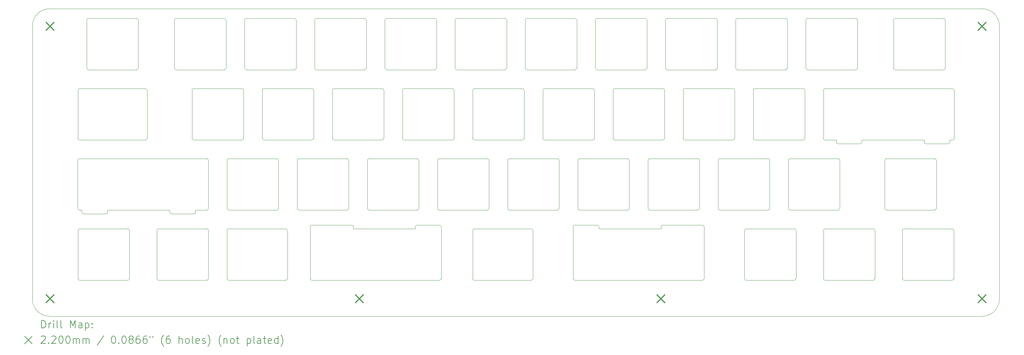
<source format=gbr>
%FSLAX45Y45*%
G04 Gerber Fmt 4.5, Leading zero omitted, Abs format (unit mm)*
G04 Created by KiCad (PCBNEW (6.0.0-0)) date 2023-01-26 13:03:04*
%MOMM*%
%LPD*%
G01*
G04 APERTURE LIST*
%TA.AperFunction,Profile*%
%ADD10C,0.050000*%
%TD*%
%TA.AperFunction,Profile*%
%ADD11C,0.100000*%
%TD*%
%ADD12C,0.200000*%
%ADD13C,0.220000*%
G04 APERTURE END LIST*
D10*
X26901750Y-8853000D02*
X23453000Y-8853000D01*
X16657000Y-14063000D02*
X20115000Y-14063000D01*
X5655000Y-12157500D02*
X5655050Y-12207000D01*
X6655000Y-10757000D02*
X3206250Y-10757000D01*
X12325000Y-12613000D02*
X12324950Y-12662500D01*
X10639000Y-12613000D02*
G75*
G03*
X10588545Y-12563000I-50455J-458D01*
G01*
X13024000Y-14013000D02*
X13024000Y-12612000D01*
X13024000Y-12612000D02*
G75*
G03*
X12974000Y-12562000I-50000J0D01*
G01*
X12375000Y-12563000D02*
G75*
G03*
X12325000Y-12613000I0J-50000D01*
G01*
X12974000Y-14063000D02*
G75*
G03*
X13024000Y-14013000I0J50000D01*
G01*
X10588545Y-12563000D02*
X9516000Y-12562000D01*
X12324950Y-12662500D02*
X10638900Y-12662500D01*
X9516000Y-14063000D02*
X12974000Y-14063000D01*
X9516000Y-12562000D02*
G75*
G03*
X9466000Y-12612000I0J-50000D01*
G01*
X12974000Y-12562000D02*
X12375000Y-12563000D01*
X10638900Y-12662500D02*
X10639000Y-12613000D01*
X9466000Y-12612000D02*
X9466000Y-14013000D01*
X9466000Y-14013000D02*
G75*
G03*
X9516000Y-14063000I50000J0D01*
G01*
X18992000Y-12613000D02*
X18992100Y-12662500D01*
X20115000Y-14063000D02*
G75*
G03*
X20165000Y-14013000I0J50000D01*
G01*
X16657000Y-12562000D02*
G75*
G03*
X16607000Y-12612000I0J-50000D01*
G01*
X20165000Y-12612000D02*
G75*
G03*
X20115000Y-12562000I-50000J0D01*
G01*
X17306000Y-12613000D02*
G75*
G03*
X17256000Y-12563000I-50000J0D01*
G01*
X20115000Y-12562000D02*
X19042455Y-12563000D01*
X16607000Y-14013000D02*
G75*
G03*
X16657000Y-14063000I50000J0D01*
G01*
X18992100Y-12662500D02*
X17306050Y-12662500D01*
X17306050Y-12662500D02*
X17306000Y-12613000D01*
X20165000Y-14013000D02*
X20165000Y-12612000D01*
X19042455Y-12563000D02*
G75*
G03*
X18992000Y-12613000I0J-50458D01*
G01*
X17256000Y-12563000D02*
X16657000Y-12562000D01*
X16607000Y-12612000D02*
X16607000Y-14013000D01*
X26951750Y-8903000D02*
G75*
G03*
X26901750Y-8853000I-50000J0D01*
G01*
X24450100Y-10303000D02*
X24450000Y-10253500D01*
X23749000Y-10253500D02*
X23749000Y-10302750D01*
X23749000Y-10302750D02*
G75*
G03*
X23799000Y-10352750I50000J0D01*
G01*
X23453000Y-10253000D02*
X23749000Y-10253500D01*
X26837025Y-10303000D02*
X26836975Y-10253500D01*
X26836975Y-10253500D02*
X26901750Y-10253000D01*
X23403000Y-10203000D02*
G75*
G03*
X23453000Y-10253000I50000J0D01*
G01*
X26137000Y-10303000D02*
G75*
G03*
X26187000Y-10353000I50000J0D01*
G01*
X23799000Y-10352750D02*
X24399645Y-10353000D01*
X26787025Y-10353000D02*
G75*
G03*
X26837025Y-10303000I0J50000D01*
G01*
X24450000Y-10253500D02*
X26136950Y-10253500D01*
X24399645Y-10353000D02*
G75*
G03*
X24450100Y-10303000I0J50458D01*
G01*
X26136950Y-10253500D02*
X26137000Y-10303000D01*
X23403000Y-8903000D02*
X23403000Y-10203000D01*
X26951750Y-10203000D02*
X26951750Y-8903000D01*
X23453000Y-8853000D02*
G75*
G03*
X23403000Y-8903000I0J-50000D01*
G01*
X26901750Y-10253000D02*
G75*
G03*
X26951750Y-10203000I0J50000D01*
G01*
X26187000Y-10353000D02*
X26787025Y-10353000D01*
X6355050Y-12207000D02*
X6355000Y-12157500D01*
X6305050Y-12257000D02*
G75*
G03*
X6355050Y-12207000I0J50000D01*
G01*
X3967450Y-12207000D02*
X3967000Y-12157500D01*
X3917450Y-12257000D02*
G75*
G03*
X3967450Y-12207000I0J50000D01*
G01*
X3156250Y-10807000D02*
X3156250Y-12107000D01*
X3156250Y-12107000D02*
G75*
G03*
X3206250Y-12157000I50000J0D01*
G01*
X3206250Y-10757000D02*
G75*
G03*
X3156250Y-10807000I0J-50000D01*
G01*
X3267450Y-12157500D02*
X3267450Y-12207000D01*
X6705000Y-10807000D02*
G75*
G03*
X6655000Y-10757000I-50000J0D01*
G01*
X6355000Y-12157500D02*
X6655000Y-12157000D01*
X3317450Y-12257000D02*
X3917450Y-12257000D01*
X3267450Y-12207000D02*
G75*
G03*
X3317450Y-12257000I50000J0D01*
G01*
X5705050Y-12257000D02*
X6305050Y-12257000D01*
X6705000Y-12107000D02*
X6705000Y-10807000D01*
X3967000Y-12157500D02*
X5655000Y-12157500D01*
X6655000Y-12157000D02*
G75*
G03*
X6705000Y-12107000I0J50000D01*
G01*
X3206250Y-12157000D02*
X3267450Y-12157500D01*
X5655050Y-12207000D02*
G75*
G03*
X5705050Y-12257000I50000J0D01*
G01*
X4989000Y-8853000D02*
X3211500Y-8853000D01*
X5039000Y-8903000D02*
G75*
G03*
X4989000Y-8853000I-50000J0D01*
G01*
X3211500Y-8853000D02*
G75*
G03*
X3161500Y-8903000I0J-50000D01*
G01*
X5039000Y-10203000D02*
X5039000Y-8903000D01*
X3161500Y-8903000D02*
X3161500Y-10203000D01*
X4989000Y-10253000D02*
G75*
G03*
X5039000Y-10203000I0J50000D01*
G01*
X3211500Y-10253000D02*
X4989000Y-10253000D01*
X3161500Y-10203000D02*
G75*
G03*
X3211500Y-10253000I50000J0D01*
G01*
X15516000Y-12713000D02*
G75*
G03*
X15466000Y-12663000I-50000J0D01*
G01*
X13927250Y-14063000D02*
X15466000Y-14063000D01*
X15466000Y-14063000D02*
G75*
G03*
X15516000Y-14013000I0J50000D01*
G01*
X15516000Y-14013000D02*
X15516000Y-12713000D01*
X13877250Y-14013000D02*
G75*
G03*
X13927250Y-14063000I50000J0D01*
G01*
X15466000Y-12663000D02*
X13927250Y-12663000D01*
X13927250Y-12663000D02*
G75*
G03*
X13877250Y-12713000I0J-50000D01*
G01*
X13877250Y-12713000D02*
X13877250Y-14013000D01*
X8798750Y-14063000D02*
G75*
G03*
X8848750Y-14013000I0J50000D01*
G01*
X7260000Y-14063000D02*
X8798750Y-14063000D01*
X8848750Y-14013000D02*
X8848750Y-12713000D01*
X8798750Y-12663000D02*
X7260000Y-12663000D01*
X8848750Y-12713000D02*
G75*
G03*
X8798750Y-12663000I-50000J0D01*
G01*
X7210000Y-14013000D02*
G75*
G03*
X7260000Y-14063000I50000J0D01*
G01*
X7260000Y-12663000D02*
G75*
G03*
X7210000Y-12713000I0J-50000D01*
G01*
X7210000Y-12713000D02*
X7210000Y-14013000D01*
X3162000Y-14013000D02*
G75*
G03*
X3212000Y-14063000I50000J0D01*
G01*
X4562000Y-12713000D02*
G75*
G03*
X4512000Y-12663000I-50000J0D01*
G01*
X4512000Y-14063000D02*
G75*
G03*
X4562000Y-14013000I0J50000D01*
G01*
X4562000Y-14013000D02*
X4562000Y-12713000D01*
X3212000Y-12663000D02*
G75*
G03*
X3162000Y-12713000I0J-50000D01*
G01*
X3162000Y-12713000D02*
X3162000Y-14013000D01*
X3212000Y-14063000D02*
X4512000Y-14063000D01*
X4512000Y-12663000D02*
X3212000Y-12663000D01*
X5305000Y-12713000D02*
X5305000Y-14013000D01*
X6655000Y-14063000D02*
G75*
G03*
X6705000Y-14013000I0J50000D01*
G01*
X5305000Y-14013000D02*
G75*
G03*
X5355000Y-14063000I50000J0D01*
G01*
X5355000Y-12663000D02*
G75*
G03*
X5305000Y-12713000I0J-50000D01*
G01*
X6655000Y-12663000D02*
X5355000Y-12663000D01*
X6705000Y-12713000D02*
G75*
G03*
X6655000Y-12663000I-50000J0D01*
G01*
X5355000Y-14063000D02*
X6655000Y-14063000D01*
X6705000Y-14013000D02*
X6705000Y-12713000D01*
X21309000Y-14063000D02*
X22609000Y-14063000D01*
X22609000Y-14063000D02*
G75*
G03*
X22659000Y-14013000I0J50000D01*
G01*
X22609000Y-12663000D02*
X21309000Y-12663000D01*
X21259000Y-14013000D02*
G75*
G03*
X21309000Y-14063000I50000J0D01*
G01*
X22659000Y-12713000D02*
G75*
G03*
X22609000Y-12663000I-50000J0D01*
G01*
X21309000Y-12663000D02*
G75*
G03*
X21259000Y-12713000I0J-50000D01*
G01*
X21259000Y-12713000D02*
X21259000Y-14013000D01*
X22659000Y-14013000D02*
X22659000Y-12713000D01*
X23453000Y-14063000D02*
X24753000Y-14063000D01*
X24753000Y-12663000D02*
X23453000Y-12663000D01*
X23403000Y-12713000D02*
X23403000Y-14013000D01*
X24803000Y-14013000D02*
X24803000Y-12713000D01*
X24803000Y-12713000D02*
G75*
G03*
X24753000Y-12663000I-50000J0D01*
G01*
X24753000Y-14063000D02*
G75*
G03*
X24803000Y-14013000I0J50000D01*
G01*
X23403000Y-14013000D02*
G75*
G03*
X23453000Y-14063000I50000J0D01*
G01*
X23453000Y-12663000D02*
G75*
G03*
X23403000Y-12713000I0J-50000D01*
G01*
X26945000Y-12713000D02*
G75*
G03*
X26895000Y-12663000I-50000J0D01*
G01*
X25595000Y-12663000D02*
G75*
G03*
X25545000Y-12713000I0J-50000D01*
G01*
X26895000Y-12663000D02*
X25595000Y-12663000D01*
X26945000Y-14013000D02*
X26945000Y-12713000D01*
X26895000Y-14063000D02*
G75*
G03*
X26945000Y-14013000I0J50000D01*
G01*
X25595000Y-14063000D02*
X26895000Y-14063000D01*
X25545000Y-14013000D02*
G75*
G03*
X25595000Y-14063000I50000J0D01*
G01*
X25545000Y-12713000D02*
X25545000Y-14013000D01*
X26469000Y-10807000D02*
G75*
G03*
X26419000Y-10757000I-50000J0D01*
G01*
X25119000Y-10757000D02*
G75*
G03*
X25069000Y-10807000I0J-50000D01*
G01*
X26419000Y-10757000D02*
X25119000Y-10757000D01*
X26469000Y-12107000D02*
X26469000Y-10807000D01*
X26419000Y-12157000D02*
G75*
G03*
X26469000Y-12107000I0J50000D01*
G01*
X25119000Y-12157000D02*
X26419000Y-12157000D01*
X25069000Y-12107000D02*
G75*
G03*
X25119000Y-12157000I50000J0D01*
G01*
X25069000Y-10807000D02*
X25069000Y-12107000D01*
X23850000Y-10807000D02*
G75*
G03*
X23800000Y-10757000I-50000J0D01*
G01*
X22500000Y-10757000D02*
G75*
G03*
X22450000Y-10807000I0J-50000D01*
G01*
X23800000Y-10757000D02*
X22500000Y-10757000D01*
X23850000Y-12107000D02*
X23850000Y-10807000D01*
X23800000Y-12157000D02*
G75*
G03*
X23850000Y-12107000I0J50000D01*
G01*
X22500000Y-12157000D02*
X23800000Y-12157000D01*
X22450000Y-12107000D02*
G75*
G03*
X22500000Y-12157000I50000J0D01*
G01*
X22450000Y-10807000D02*
X22450000Y-12107000D01*
X21945000Y-10807000D02*
G75*
G03*
X21895000Y-10757000I-50000J0D01*
G01*
X20595000Y-10757000D02*
G75*
G03*
X20545000Y-10807000I0J-50000D01*
G01*
X21895000Y-10757000D02*
X20595000Y-10757000D01*
X21945000Y-12107000D02*
X21945000Y-10807000D01*
X21895000Y-12157000D02*
G75*
G03*
X21945000Y-12107000I0J50000D01*
G01*
X20595000Y-12157000D02*
X21895000Y-12157000D01*
X20545000Y-12107000D02*
G75*
G03*
X20595000Y-12157000I50000J0D01*
G01*
X20545000Y-10807000D02*
X20545000Y-12107000D01*
X20040000Y-10807000D02*
G75*
G03*
X19990000Y-10757000I-50000J0D01*
G01*
X18690000Y-10757000D02*
G75*
G03*
X18640000Y-10807000I0J-50000D01*
G01*
X19990000Y-10757000D02*
X18690000Y-10757000D01*
X20040000Y-12107000D02*
X20040000Y-10807000D01*
X19990000Y-12157000D02*
G75*
G03*
X20040000Y-12107000I0J50000D01*
G01*
X18690000Y-12157000D02*
X19990000Y-12157000D01*
X18640000Y-12107000D02*
G75*
G03*
X18690000Y-12157000I50000J0D01*
G01*
X18640000Y-10807000D02*
X18640000Y-12107000D01*
X18135000Y-10807000D02*
G75*
G03*
X18085000Y-10757000I-50000J0D01*
G01*
X16785000Y-10757000D02*
G75*
G03*
X16735000Y-10807000I0J-50000D01*
G01*
X18085000Y-10757000D02*
X16785000Y-10757000D01*
X18135000Y-12107000D02*
X18135000Y-10807000D01*
X18085000Y-12157000D02*
G75*
G03*
X18135000Y-12107000I0J50000D01*
G01*
X16785000Y-12157000D02*
X18085000Y-12157000D01*
X16735000Y-12107000D02*
G75*
G03*
X16785000Y-12157000I50000J0D01*
G01*
X16735000Y-10807000D02*
X16735000Y-12107000D01*
X16230000Y-10807000D02*
G75*
G03*
X16180000Y-10757000I-50000J0D01*
G01*
X14880000Y-10757000D02*
G75*
G03*
X14830000Y-10807000I0J-50000D01*
G01*
X16180000Y-10757000D02*
X14880000Y-10757000D01*
X16230000Y-12107000D02*
X16230000Y-10807000D01*
X16180000Y-12157000D02*
G75*
G03*
X16230000Y-12107000I0J50000D01*
G01*
X14880000Y-12157000D02*
X16180000Y-12157000D01*
X14830000Y-12107000D02*
G75*
G03*
X14880000Y-12157000I50000J0D01*
G01*
X14830000Y-10807000D02*
X14830000Y-12107000D01*
X14325000Y-10807000D02*
G75*
G03*
X14275000Y-10757000I-50000J0D01*
G01*
X12975000Y-10757000D02*
G75*
G03*
X12925000Y-10807000I0J-50000D01*
G01*
X14275000Y-10757000D02*
X12975000Y-10757000D01*
X14325000Y-12107000D02*
X14325000Y-10807000D01*
X14275000Y-12157000D02*
G75*
G03*
X14325000Y-12107000I0J50000D01*
G01*
X12975000Y-12157000D02*
X14275000Y-12157000D01*
X12925000Y-12107000D02*
G75*
G03*
X12975000Y-12157000I50000J0D01*
G01*
X12925000Y-10807000D02*
X12925000Y-12107000D01*
X12420000Y-10807000D02*
G75*
G03*
X12370000Y-10757000I-50000J0D01*
G01*
X11070000Y-10757000D02*
G75*
G03*
X11020000Y-10807000I0J-50000D01*
G01*
X12370000Y-10757000D02*
X11070000Y-10757000D01*
X12420000Y-12107000D02*
X12420000Y-10807000D01*
X12370000Y-12157000D02*
G75*
G03*
X12420000Y-12107000I0J50000D01*
G01*
X11070000Y-12157000D02*
X12370000Y-12157000D01*
X11020000Y-12107000D02*
G75*
G03*
X11070000Y-12157000I50000J0D01*
G01*
X11020000Y-10807000D02*
X11020000Y-12107000D01*
X10515000Y-10807000D02*
G75*
G03*
X10465000Y-10757000I-50000J0D01*
G01*
X9165000Y-10757000D02*
G75*
G03*
X9115000Y-10807000I0J-50000D01*
G01*
X10465000Y-10757000D02*
X9165000Y-10757000D01*
X10515000Y-12107000D02*
X10515000Y-10807000D01*
X10465000Y-12157000D02*
G75*
G03*
X10515000Y-12107000I0J50000D01*
G01*
X9165000Y-12157000D02*
X10465000Y-12157000D01*
X9115000Y-12107000D02*
G75*
G03*
X9165000Y-12157000I50000J0D01*
G01*
X9115000Y-10807000D02*
X9115000Y-12107000D01*
X8610000Y-10807000D02*
G75*
G03*
X8560000Y-10757000I-50000J0D01*
G01*
X7260000Y-10757000D02*
G75*
G03*
X7210000Y-10807000I0J-50000D01*
G01*
X8560000Y-10757000D02*
X7260000Y-10757000D01*
X8610000Y-12107000D02*
X8610000Y-10807000D01*
X8560000Y-12157000D02*
G75*
G03*
X8610000Y-12107000I0J50000D01*
G01*
X7260000Y-12157000D02*
X8560000Y-12157000D01*
X7210000Y-12107000D02*
G75*
G03*
X7260000Y-12157000I50000J0D01*
G01*
X7210000Y-10807000D02*
X7210000Y-12107000D01*
X22898000Y-8903000D02*
G75*
G03*
X22848000Y-8853000I-50000J0D01*
G01*
X21548000Y-8853000D02*
G75*
G03*
X21498000Y-8903000I0J-50000D01*
G01*
X22848000Y-8853000D02*
X21548000Y-8853000D01*
X22898000Y-10203000D02*
X22898000Y-8903000D01*
X22848000Y-10253000D02*
G75*
G03*
X22898000Y-10203000I0J50000D01*
G01*
X21548000Y-10253000D02*
X22848000Y-10253000D01*
X21498000Y-10203000D02*
G75*
G03*
X21548000Y-10253000I50000J0D01*
G01*
X21498000Y-8903000D02*
X21498000Y-10203000D01*
X20993000Y-8903000D02*
G75*
G03*
X20943000Y-8853000I-50000J0D01*
G01*
X19643000Y-8853000D02*
G75*
G03*
X19593000Y-8903000I0J-50000D01*
G01*
X20943000Y-8853000D02*
X19643000Y-8853000D01*
X20993000Y-10203000D02*
X20993000Y-8903000D01*
X20943000Y-10253000D02*
G75*
G03*
X20993000Y-10203000I0J50000D01*
G01*
X19643000Y-10253000D02*
X20943000Y-10253000D01*
X19593000Y-10203000D02*
G75*
G03*
X19643000Y-10253000I50000J0D01*
G01*
X19593000Y-8903000D02*
X19593000Y-10203000D01*
X19088000Y-8903000D02*
G75*
G03*
X19038000Y-8853000I-50000J0D01*
G01*
X17738000Y-8853000D02*
G75*
G03*
X17688000Y-8903000I0J-50000D01*
G01*
X19038000Y-8853000D02*
X17738000Y-8853000D01*
X19088000Y-10203000D02*
X19088000Y-8903000D01*
X19038000Y-10253000D02*
G75*
G03*
X19088000Y-10203000I0J50000D01*
G01*
X17738000Y-10253000D02*
X19038000Y-10253000D01*
X17688000Y-10203000D02*
G75*
G03*
X17738000Y-10253000I50000J0D01*
G01*
X17688000Y-8903000D02*
X17688000Y-10203000D01*
X17183000Y-8903000D02*
G75*
G03*
X17133000Y-8853000I-50000J0D01*
G01*
X15833000Y-8853000D02*
G75*
G03*
X15783000Y-8903000I0J-50000D01*
G01*
X17133000Y-8853000D02*
X15833000Y-8853000D01*
X17183000Y-10203000D02*
X17183000Y-8903000D01*
X17133000Y-10253000D02*
G75*
G03*
X17183000Y-10203000I0J50000D01*
G01*
X15833000Y-10253000D02*
X17133000Y-10253000D01*
X15783000Y-10203000D02*
G75*
G03*
X15833000Y-10253000I50000J0D01*
G01*
X15783000Y-8903000D02*
X15783000Y-10203000D01*
X15277000Y-8903000D02*
G75*
G03*
X15227000Y-8853000I-50000J0D01*
G01*
X13927000Y-8853000D02*
G75*
G03*
X13877000Y-8903000I0J-50000D01*
G01*
X15227000Y-8853000D02*
X13927000Y-8853000D01*
X15277000Y-10203000D02*
X15277000Y-8903000D01*
X15227000Y-10253000D02*
G75*
G03*
X15277000Y-10203000I0J50000D01*
G01*
X13927000Y-10253000D02*
X15227000Y-10253000D01*
X13877000Y-10203000D02*
G75*
G03*
X13927000Y-10253000I50000J0D01*
G01*
X13877000Y-8903000D02*
X13877000Y-10203000D01*
X13373000Y-8903000D02*
G75*
G03*
X13323000Y-8853000I-50000J0D01*
G01*
X12023000Y-8853000D02*
G75*
G03*
X11973000Y-8903000I0J-50000D01*
G01*
X13323000Y-8853000D02*
X12023000Y-8853000D01*
X13373000Y-10203000D02*
X13373000Y-8903000D01*
X13323000Y-10253000D02*
G75*
G03*
X13373000Y-10203000I0J50000D01*
G01*
X12023000Y-10253000D02*
X13323000Y-10253000D01*
X11973000Y-10203000D02*
G75*
G03*
X12023000Y-10253000I50000J0D01*
G01*
X11973000Y-8903000D02*
X11973000Y-10203000D01*
X11468000Y-8903000D02*
G75*
G03*
X11418000Y-8853000I-50000J0D01*
G01*
X10118000Y-8853000D02*
G75*
G03*
X10068000Y-8903000I0J-50000D01*
G01*
X11418000Y-8853000D02*
X10118000Y-8853000D01*
X11468000Y-10203000D02*
X11468000Y-8903000D01*
X11418000Y-10253000D02*
G75*
G03*
X11468000Y-10203000I0J50000D01*
G01*
X10118000Y-10253000D02*
X11418000Y-10253000D01*
X10068000Y-10203000D02*
G75*
G03*
X10118000Y-10253000I50000J0D01*
G01*
X10068000Y-8903000D02*
X10068000Y-10203000D01*
X9563000Y-8903000D02*
G75*
G03*
X9513000Y-8853000I-50000J0D01*
G01*
X8213000Y-8853000D02*
G75*
G03*
X8163000Y-8903000I0J-50000D01*
G01*
X9513000Y-8853000D02*
X8213000Y-8853000D01*
X9563000Y-10203000D02*
X9563000Y-8903000D01*
X9513000Y-10253000D02*
G75*
G03*
X9563000Y-10203000I0J50000D01*
G01*
X8213000Y-10253000D02*
X9513000Y-10253000D01*
X8163000Y-10203000D02*
G75*
G03*
X8213000Y-10253000I50000J0D01*
G01*
X8163000Y-8903000D02*
X8163000Y-10203000D01*
X7657000Y-8903000D02*
G75*
G03*
X7607000Y-8853000I-50000J0D01*
G01*
X6307000Y-8853000D02*
G75*
G03*
X6257000Y-8903000I0J-50000D01*
G01*
X7607000Y-8853000D02*
X6307000Y-8853000D01*
X7657000Y-10203000D02*
X7657000Y-8903000D01*
X7607000Y-10253000D02*
G75*
G03*
X7657000Y-10203000I0J50000D01*
G01*
X6307000Y-10253000D02*
X7607000Y-10253000D01*
X6257000Y-10203000D02*
G75*
G03*
X6307000Y-10253000I50000J0D01*
G01*
X6257000Y-8903000D02*
X6257000Y-10203000D01*
X4800000Y-6997000D02*
G75*
G03*
X4750000Y-6947000I-50000J0D01*
G01*
X3450000Y-6947000D02*
G75*
G03*
X3400000Y-6997000I0J-50000D01*
G01*
X4750000Y-6947000D02*
X3450000Y-6947000D01*
X4800000Y-8297000D02*
X4800000Y-6997000D01*
X4750000Y-8347000D02*
G75*
G03*
X4800000Y-8297000I0J50000D01*
G01*
X3450000Y-8347000D02*
X4750000Y-8347000D01*
X3400000Y-8297000D02*
G75*
G03*
X3450000Y-8347000I50000J0D01*
G01*
X3400000Y-6997000D02*
X3400000Y-8297000D01*
X7181000Y-6997000D02*
G75*
G03*
X7131000Y-6947000I-50000J0D01*
G01*
X5831000Y-6947000D02*
G75*
G03*
X5781000Y-6997000I0J-50000D01*
G01*
X7131000Y-6947000D02*
X5831000Y-6947000D01*
X7181000Y-8297000D02*
X7181000Y-6997000D01*
X7131000Y-8347000D02*
G75*
G03*
X7181000Y-8297000I0J50000D01*
G01*
X5831000Y-8347000D02*
X7131000Y-8347000D01*
X5781000Y-8297000D02*
G75*
G03*
X5831000Y-8347000I50000J0D01*
G01*
X5781000Y-6997000D02*
X5781000Y-8297000D01*
X9086000Y-6997000D02*
G75*
G03*
X9036000Y-6947000I-50000J0D01*
G01*
X7736000Y-6947000D02*
G75*
G03*
X7686000Y-6997000I0J-50000D01*
G01*
X9036000Y-6947000D02*
X7736000Y-6947000D01*
X9086000Y-8297000D02*
X9086000Y-6997000D01*
X9036000Y-8347000D02*
G75*
G03*
X9086000Y-8297000I0J50000D01*
G01*
X7736000Y-8347000D02*
X9036000Y-8347000D01*
X7686000Y-8297000D02*
G75*
G03*
X7736000Y-8347000I50000J0D01*
G01*
X7686000Y-6997000D02*
X7686000Y-8297000D01*
X10991000Y-6997000D02*
G75*
G03*
X10941000Y-6947000I-50000J0D01*
G01*
X9641000Y-6947000D02*
G75*
G03*
X9591000Y-6997000I0J-50000D01*
G01*
X10941000Y-6947000D02*
X9641000Y-6947000D01*
X10991000Y-8297000D02*
X10991000Y-6997000D01*
X10941000Y-8347000D02*
G75*
G03*
X10991000Y-8297000I0J50000D01*
G01*
X9641000Y-8347000D02*
X10941000Y-8347000D01*
X9591000Y-8297000D02*
G75*
G03*
X9641000Y-8347000I50000J0D01*
G01*
X9591000Y-6997000D02*
X9591000Y-8297000D01*
X26708000Y-6997000D02*
G75*
G03*
X26658000Y-6947000I-50000J0D01*
G01*
X25358000Y-6947000D02*
G75*
G03*
X25308000Y-6997000I0J-50000D01*
G01*
X26658000Y-6947000D02*
X25358000Y-6947000D01*
X26708000Y-8297000D02*
X26708000Y-6997000D01*
X26658000Y-8347000D02*
G75*
G03*
X26708000Y-8297000I0J50000D01*
G01*
X25358000Y-8347000D02*
X26658000Y-8347000D01*
X25308000Y-8297000D02*
G75*
G03*
X25358000Y-8347000I50000J0D01*
G01*
X25308000Y-6997000D02*
X25308000Y-8297000D01*
X24327000Y-6997000D02*
G75*
G03*
X24277000Y-6947000I-50000J0D01*
G01*
X22977000Y-6947000D02*
G75*
G03*
X22927000Y-6997000I0J-50000D01*
G01*
X24277000Y-6947000D02*
X22977000Y-6947000D01*
X24327000Y-8297000D02*
X24327000Y-6997000D01*
X24277000Y-8347000D02*
G75*
G03*
X24327000Y-8297000I0J50000D01*
G01*
X22977000Y-8347000D02*
X24277000Y-8347000D01*
X22927000Y-8297000D02*
G75*
G03*
X22977000Y-8347000I50000J0D01*
G01*
X22927000Y-6997000D02*
X22927000Y-8297000D01*
X22422000Y-6997000D02*
G75*
G03*
X22372000Y-6947000I-50000J0D01*
G01*
X21072000Y-6947000D02*
G75*
G03*
X21022000Y-6997000I0J-50000D01*
G01*
X22372000Y-6947000D02*
X21072000Y-6947000D01*
X22422000Y-8297000D02*
X22422000Y-6997000D01*
X22372000Y-8347000D02*
G75*
G03*
X22422000Y-8297000I0J50000D01*
G01*
X21072000Y-8347000D02*
X22372000Y-8347000D01*
X21022000Y-8297000D02*
G75*
G03*
X21072000Y-8347000I50000J0D01*
G01*
X21022000Y-6997000D02*
X21022000Y-8297000D01*
X20517000Y-6997000D02*
G75*
G03*
X20467000Y-6947000I-50000J0D01*
G01*
X19167000Y-6947000D02*
G75*
G03*
X19117000Y-6997000I0J-50000D01*
G01*
X20467000Y-6947000D02*
X19167000Y-6947000D01*
X20517000Y-8297000D02*
X20517000Y-6997000D01*
X20467000Y-8347000D02*
G75*
G03*
X20517000Y-8297000I0J50000D01*
G01*
X19167000Y-8347000D02*
X20467000Y-8347000D01*
X19117000Y-8297000D02*
G75*
G03*
X19167000Y-8347000I50000J0D01*
G01*
X19117000Y-6997000D02*
X19117000Y-8297000D01*
X18611000Y-6997000D02*
G75*
G03*
X18561000Y-6947000I-50000J0D01*
G01*
X17261000Y-6947000D02*
G75*
G03*
X17211000Y-6997000I0J-50000D01*
G01*
X18561000Y-6947000D02*
X17261000Y-6947000D01*
X18611000Y-8297000D02*
X18611000Y-6997000D01*
X18561000Y-8347000D02*
G75*
G03*
X18611000Y-8297000I0J50000D01*
G01*
X17261000Y-8347000D02*
X18561000Y-8347000D01*
X17211000Y-8297000D02*
G75*
G03*
X17261000Y-8347000I50000J0D01*
G01*
X17211000Y-6997000D02*
X17211000Y-8297000D01*
X16706000Y-6997000D02*
G75*
G03*
X16656000Y-6947000I-50000J0D01*
G01*
X15356000Y-6947000D02*
G75*
G03*
X15306000Y-6997000I0J-50000D01*
G01*
X16656000Y-6947000D02*
X15356000Y-6947000D01*
X16706000Y-8297000D02*
X16706000Y-6997000D01*
X16656000Y-8347000D02*
G75*
G03*
X16706000Y-8297000I0J50000D01*
G01*
X15356000Y-8347000D02*
X16656000Y-8347000D01*
X15306000Y-8297000D02*
G75*
G03*
X15356000Y-8347000I50000J0D01*
G01*
X15306000Y-6997000D02*
X15306000Y-8297000D01*
X14801000Y-6997000D02*
G75*
G03*
X14751000Y-6947000I-50000J0D01*
G01*
X13451000Y-6947000D02*
G75*
G03*
X13401000Y-6997000I0J-50000D01*
G01*
X14751000Y-6947000D02*
X13451000Y-6947000D01*
X14801000Y-8297000D02*
X14801000Y-6997000D01*
X14751000Y-8347000D02*
G75*
G03*
X14801000Y-8297000I0J50000D01*
G01*
X13451000Y-8347000D02*
X14751000Y-8347000D01*
X13401000Y-8297000D02*
G75*
G03*
X13451000Y-8347000I50000J0D01*
G01*
X13401000Y-6997000D02*
X13401000Y-8297000D01*
X12896000Y-6997000D02*
G75*
G03*
X12846000Y-6947000I-50000J0D01*
G01*
X11546000Y-6947000D02*
G75*
G03*
X11496000Y-6997000I0J-50000D01*
G01*
X12846000Y-6947000D02*
X11546000Y-6947000D01*
X12896000Y-8297000D02*
X12896000Y-6997000D01*
X12846000Y-8347000D02*
G75*
G03*
X12896000Y-8297000I0J50000D01*
G01*
X11546000Y-8347000D02*
X12846000Y-8347000D01*
X11496000Y-8297000D02*
G75*
G03*
X11546000Y-8347000I50000J0D01*
G01*
X11496000Y-6997000D02*
X11496000Y-8297000D01*
D11*
X27707501Y-6685000D02*
X2400001Y-6685000D01*
X2400001Y-15041250D02*
X27707501Y-15041250D01*
X1922501Y-14563750D02*
G75*
G03*
X2400001Y-15041250I477500J0D01*
G01*
X27707501Y-15041250D02*
G75*
G03*
X28185001Y-14563750I0J477500D01*
G01*
X1922501Y-14563750D02*
X1922501Y-7162500D01*
X28185001Y-14563750D02*
X28185001Y-7162500D01*
X2400001Y-6685000D02*
G75*
G03*
X1922501Y-7162500I0J-477500D01*
G01*
X28185000Y-7162500D02*
G75*
G03*
X27707501Y-6685000I-477500J0D01*
G01*
D12*
D13*
X2290001Y-7052500D02*
X2510001Y-7272500D01*
X2510001Y-7052500D02*
X2290001Y-7272500D01*
X2290001Y-14453750D02*
X2510001Y-14673750D01*
X2510001Y-14453750D02*
X2290001Y-14673750D01*
X10687911Y-14453750D02*
X10907911Y-14673750D01*
X10907911Y-14453750D02*
X10687911Y-14673750D01*
X18874581Y-14453750D02*
X19094581Y-14673750D01*
X19094581Y-14453750D02*
X18874581Y-14673750D01*
X27597501Y-7052500D02*
X27817501Y-7272500D01*
X27817501Y-7052500D02*
X27597501Y-7272500D01*
X27597501Y-14453750D02*
X27817501Y-14673750D01*
X27817501Y-14453750D02*
X27597501Y-14673750D01*
D12*
X2175120Y-15356726D02*
X2175120Y-15156726D01*
X2222739Y-15156726D01*
X2251310Y-15166250D01*
X2270358Y-15185298D01*
X2279882Y-15204345D01*
X2289405Y-15242440D01*
X2289405Y-15271012D01*
X2279882Y-15309107D01*
X2270358Y-15328155D01*
X2251310Y-15347202D01*
X2222739Y-15356726D01*
X2175120Y-15356726D01*
X2375120Y-15356726D02*
X2375120Y-15223393D01*
X2375120Y-15261488D02*
X2384644Y-15242440D01*
X2394167Y-15232917D01*
X2413215Y-15223393D01*
X2432263Y-15223393D01*
X2498929Y-15356726D02*
X2498929Y-15223393D01*
X2498929Y-15156726D02*
X2489405Y-15166250D01*
X2498929Y-15175774D01*
X2508453Y-15166250D01*
X2498929Y-15156726D01*
X2498929Y-15175774D01*
X2622739Y-15356726D02*
X2603691Y-15347202D01*
X2594167Y-15328155D01*
X2594167Y-15156726D01*
X2727501Y-15356726D02*
X2708453Y-15347202D01*
X2698929Y-15328155D01*
X2698929Y-15156726D01*
X2956072Y-15356726D02*
X2956072Y-15156726D01*
X3022739Y-15299583D01*
X3089405Y-15156726D01*
X3089405Y-15356726D01*
X3270358Y-15356726D02*
X3270358Y-15251964D01*
X3260834Y-15232917D01*
X3241786Y-15223393D01*
X3203691Y-15223393D01*
X3184643Y-15232917D01*
X3270358Y-15347202D02*
X3251310Y-15356726D01*
X3203691Y-15356726D01*
X3184643Y-15347202D01*
X3175120Y-15328155D01*
X3175120Y-15309107D01*
X3184643Y-15290059D01*
X3203691Y-15280536D01*
X3251310Y-15280536D01*
X3270358Y-15271012D01*
X3365596Y-15223393D02*
X3365596Y-15423393D01*
X3365596Y-15232917D02*
X3384643Y-15223393D01*
X3422739Y-15223393D01*
X3441786Y-15232917D01*
X3451310Y-15242440D01*
X3460834Y-15261488D01*
X3460834Y-15318631D01*
X3451310Y-15337678D01*
X3441786Y-15347202D01*
X3422739Y-15356726D01*
X3384643Y-15356726D01*
X3365596Y-15347202D01*
X3546548Y-15337678D02*
X3556072Y-15347202D01*
X3546548Y-15356726D01*
X3537024Y-15347202D01*
X3546548Y-15337678D01*
X3546548Y-15356726D01*
X3546548Y-15232917D02*
X3556072Y-15242440D01*
X3546548Y-15251964D01*
X3537024Y-15242440D01*
X3546548Y-15232917D01*
X3546548Y-15251964D01*
X1717501Y-15586250D02*
X1917501Y-15786250D01*
X1917501Y-15586250D02*
X1717501Y-15786250D01*
X2165596Y-15595774D02*
X2175120Y-15586250D01*
X2194167Y-15576726D01*
X2241786Y-15576726D01*
X2260834Y-15586250D01*
X2270358Y-15595774D01*
X2279882Y-15614821D01*
X2279882Y-15633869D01*
X2270358Y-15662440D01*
X2156072Y-15776726D01*
X2279882Y-15776726D01*
X2365596Y-15757678D02*
X2375120Y-15767202D01*
X2365596Y-15776726D01*
X2356072Y-15767202D01*
X2365596Y-15757678D01*
X2365596Y-15776726D01*
X2451310Y-15595774D02*
X2460834Y-15586250D01*
X2479882Y-15576726D01*
X2527501Y-15576726D01*
X2546548Y-15586250D01*
X2556072Y-15595774D01*
X2565596Y-15614821D01*
X2565596Y-15633869D01*
X2556072Y-15662440D01*
X2441786Y-15776726D01*
X2565596Y-15776726D01*
X2689405Y-15576726D02*
X2708453Y-15576726D01*
X2727501Y-15586250D01*
X2737025Y-15595774D01*
X2746548Y-15614821D01*
X2756072Y-15652917D01*
X2756072Y-15700536D01*
X2746548Y-15738631D01*
X2737025Y-15757678D01*
X2727501Y-15767202D01*
X2708453Y-15776726D01*
X2689405Y-15776726D01*
X2670358Y-15767202D01*
X2660834Y-15757678D01*
X2651310Y-15738631D01*
X2641786Y-15700536D01*
X2641786Y-15652917D01*
X2651310Y-15614821D01*
X2660834Y-15595774D01*
X2670358Y-15586250D01*
X2689405Y-15576726D01*
X2879882Y-15576726D02*
X2898929Y-15576726D01*
X2917977Y-15586250D01*
X2927501Y-15595774D01*
X2937024Y-15614821D01*
X2946548Y-15652917D01*
X2946548Y-15700536D01*
X2937024Y-15738631D01*
X2927501Y-15757678D01*
X2917977Y-15767202D01*
X2898929Y-15776726D01*
X2879882Y-15776726D01*
X2860834Y-15767202D01*
X2851310Y-15757678D01*
X2841786Y-15738631D01*
X2832263Y-15700536D01*
X2832263Y-15652917D01*
X2841786Y-15614821D01*
X2851310Y-15595774D01*
X2860834Y-15586250D01*
X2879882Y-15576726D01*
X3032263Y-15776726D02*
X3032263Y-15643393D01*
X3032263Y-15662440D02*
X3041786Y-15652917D01*
X3060834Y-15643393D01*
X3089405Y-15643393D01*
X3108453Y-15652917D01*
X3117977Y-15671964D01*
X3117977Y-15776726D01*
X3117977Y-15671964D02*
X3127501Y-15652917D01*
X3146548Y-15643393D01*
X3175120Y-15643393D01*
X3194167Y-15652917D01*
X3203691Y-15671964D01*
X3203691Y-15776726D01*
X3298929Y-15776726D02*
X3298929Y-15643393D01*
X3298929Y-15662440D02*
X3308453Y-15652917D01*
X3327501Y-15643393D01*
X3356072Y-15643393D01*
X3375120Y-15652917D01*
X3384643Y-15671964D01*
X3384643Y-15776726D01*
X3384643Y-15671964D02*
X3394167Y-15652917D01*
X3413215Y-15643393D01*
X3441786Y-15643393D01*
X3460834Y-15652917D01*
X3470358Y-15671964D01*
X3470358Y-15776726D01*
X3860834Y-15567202D02*
X3689405Y-15824345D01*
X4117977Y-15576726D02*
X4137024Y-15576726D01*
X4156072Y-15586250D01*
X4165596Y-15595774D01*
X4175120Y-15614821D01*
X4184643Y-15652917D01*
X4184643Y-15700536D01*
X4175120Y-15738631D01*
X4165596Y-15757678D01*
X4156072Y-15767202D01*
X4137024Y-15776726D01*
X4117977Y-15776726D01*
X4098929Y-15767202D01*
X4089405Y-15757678D01*
X4079882Y-15738631D01*
X4070358Y-15700536D01*
X4070358Y-15652917D01*
X4079882Y-15614821D01*
X4089405Y-15595774D01*
X4098929Y-15586250D01*
X4117977Y-15576726D01*
X4270358Y-15757678D02*
X4279882Y-15767202D01*
X4270358Y-15776726D01*
X4260834Y-15767202D01*
X4270358Y-15757678D01*
X4270358Y-15776726D01*
X4403691Y-15576726D02*
X4422739Y-15576726D01*
X4441786Y-15586250D01*
X4451310Y-15595774D01*
X4460834Y-15614821D01*
X4470358Y-15652917D01*
X4470358Y-15700536D01*
X4460834Y-15738631D01*
X4451310Y-15757678D01*
X4441786Y-15767202D01*
X4422739Y-15776726D01*
X4403691Y-15776726D01*
X4384644Y-15767202D01*
X4375120Y-15757678D01*
X4365596Y-15738631D01*
X4356072Y-15700536D01*
X4356072Y-15652917D01*
X4365596Y-15614821D01*
X4375120Y-15595774D01*
X4384644Y-15586250D01*
X4403691Y-15576726D01*
X4584644Y-15662440D02*
X4565596Y-15652917D01*
X4556072Y-15643393D01*
X4546548Y-15624345D01*
X4546548Y-15614821D01*
X4556072Y-15595774D01*
X4565596Y-15586250D01*
X4584644Y-15576726D01*
X4622739Y-15576726D01*
X4641786Y-15586250D01*
X4651310Y-15595774D01*
X4660834Y-15614821D01*
X4660834Y-15624345D01*
X4651310Y-15643393D01*
X4641786Y-15652917D01*
X4622739Y-15662440D01*
X4584644Y-15662440D01*
X4565596Y-15671964D01*
X4556072Y-15681488D01*
X4546548Y-15700536D01*
X4546548Y-15738631D01*
X4556072Y-15757678D01*
X4565596Y-15767202D01*
X4584644Y-15776726D01*
X4622739Y-15776726D01*
X4641786Y-15767202D01*
X4651310Y-15757678D01*
X4660834Y-15738631D01*
X4660834Y-15700536D01*
X4651310Y-15681488D01*
X4641786Y-15671964D01*
X4622739Y-15662440D01*
X4832263Y-15576726D02*
X4794167Y-15576726D01*
X4775120Y-15586250D01*
X4765596Y-15595774D01*
X4746548Y-15624345D01*
X4737025Y-15662440D01*
X4737025Y-15738631D01*
X4746548Y-15757678D01*
X4756072Y-15767202D01*
X4775120Y-15776726D01*
X4813215Y-15776726D01*
X4832263Y-15767202D01*
X4841786Y-15757678D01*
X4851310Y-15738631D01*
X4851310Y-15691012D01*
X4841786Y-15671964D01*
X4832263Y-15662440D01*
X4813215Y-15652917D01*
X4775120Y-15652917D01*
X4756072Y-15662440D01*
X4746548Y-15671964D01*
X4737025Y-15691012D01*
X5022739Y-15576726D02*
X4984644Y-15576726D01*
X4965596Y-15586250D01*
X4956072Y-15595774D01*
X4937025Y-15624345D01*
X4927501Y-15662440D01*
X4927501Y-15738631D01*
X4937025Y-15757678D01*
X4946548Y-15767202D01*
X4965596Y-15776726D01*
X5003691Y-15776726D01*
X5022739Y-15767202D01*
X5032263Y-15757678D01*
X5041786Y-15738631D01*
X5041786Y-15691012D01*
X5032263Y-15671964D01*
X5022739Y-15662440D01*
X5003691Y-15652917D01*
X4965596Y-15652917D01*
X4946548Y-15662440D01*
X4937025Y-15671964D01*
X4927501Y-15691012D01*
X5117977Y-15576726D02*
X5117977Y-15614821D01*
X5194167Y-15576726D02*
X5194167Y-15614821D01*
X5489405Y-15852917D02*
X5479882Y-15843393D01*
X5460834Y-15814821D01*
X5451310Y-15795774D01*
X5441786Y-15767202D01*
X5432263Y-15719583D01*
X5432263Y-15681488D01*
X5441786Y-15633869D01*
X5451310Y-15605298D01*
X5460834Y-15586250D01*
X5479882Y-15557678D01*
X5489405Y-15548155D01*
X5651310Y-15576726D02*
X5613215Y-15576726D01*
X5594167Y-15586250D01*
X5584644Y-15595774D01*
X5565596Y-15624345D01*
X5556072Y-15662440D01*
X5556072Y-15738631D01*
X5565596Y-15757678D01*
X5575120Y-15767202D01*
X5594167Y-15776726D01*
X5632263Y-15776726D01*
X5651310Y-15767202D01*
X5660834Y-15757678D01*
X5670358Y-15738631D01*
X5670358Y-15691012D01*
X5660834Y-15671964D01*
X5651310Y-15662440D01*
X5632263Y-15652917D01*
X5594167Y-15652917D01*
X5575120Y-15662440D01*
X5565596Y-15671964D01*
X5556072Y-15691012D01*
X5908453Y-15776726D02*
X5908453Y-15576726D01*
X5994167Y-15776726D02*
X5994167Y-15671964D01*
X5984643Y-15652917D01*
X5965596Y-15643393D01*
X5937024Y-15643393D01*
X5917977Y-15652917D01*
X5908453Y-15662440D01*
X6117977Y-15776726D02*
X6098929Y-15767202D01*
X6089405Y-15757678D01*
X6079882Y-15738631D01*
X6079882Y-15681488D01*
X6089405Y-15662440D01*
X6098929Y-15652917D01*
X6117977Y-15643393D01*
X6146548Y-15643393D01*
X6165596Y-15652917D01*
X6175120Y-15662440D01*
X6184643Y-15681488D01*
X6184643Y-15738631D01*
X6175120Y-15757678D01*
X6165596Y-15767202D01*
X6146548Y-15776726D01*
X6117977Y-15776726D01*
X6298929Y-15776726D02*
X6279882Y-15767202D01*
X6270358Y-15748155D01*
X6270358Y-15576726D01*
X6451310Y-15767202D02*
X6432263Y-15776726D01*
X6394167Y-15776726D01*
X6375120Y-15767202D01*
X6365596Y-15748155D01*
X6365596Y-15671964D01*
X6375120Y-15652917D01*
X6394167Y-15643393D01*
X6432263Y-15643393D01*
X6451310Y-15652917D01*
X6460834Y-15671964D01*
X6460834Y-15691012D01*
X6365596Y-15710059D01*
X6537024Y-15767202D02*
X6556072Y-15776726D01*
X6594167Y-15776726D01*
X6613215Y-15767202D01*
X6622739Y-15748155D01*
X6622739Y-15738631D01*
X6613215Y-15719583D01*
X6594167Y-15710059D01*
X6565596Y-15710059D01*
X6546548Y-15700536D01*
X6537024Y-15681488D01*
X6537024Y-15671964D01*
X6546548Y-15652917D01*
X6565596Y-15643393D01*
X6594167Y-15643393D01*
X6613215Y-15652917D01*
X6689405Y-15852917D02*
X6698929Y-15843393D01*
X6717977Y-15814821D01*
X6727501Y-15795774D01*
X6737024Y-15767202D01*
X6746548Y-15719583D01*
X6746548Y-15681488D01*
X6737024Y-15633869D01*
X6727501Y-15605298D01*
X6717977Y-15586250D01*
X6698929Y-15557678D01*
X6689405Y-15548155D01*
X7051310Y-15852917D02*
X7041786Y-15843393D01*
X7022739Y-15814821D01*
X7013215Y-15795774D01*
X7003691Y-15767202D01*
X6994167Y-15719583D01*
X6994167Y-15681488D01*
X7003691Y-15633869D01*
X7013215Y-15605298D01*
X7022739Y-15586250D01*
X7041786Y-15557678D01*
X7051310Y-15548155D01*
X7127501Y-15643393D02*
X7127501Y-15776726D01*
X7127501Y-15662440D02*
X7137024Y-15652917D01*
X7156072Y-15643393D01*
X7184643Y-15643393D01*
X7203691Y-15652917D01*
X7213215Y-15671964D01*
X7213215Y-15776726D01*
X7337024Y-15776726D02*
X7317977Y-15767202D01*
X7308453Y-15757678D01*
X7298929Y-15738631D01*
X7298929Y-15681488D01*
X7308453Y-15662440D01*
X7317977Y-15652917D01*
X7337024Y-15643393D01*
X7365596Y-15643393D01*
X7384643Y-15652917D01*
X7394167Y-15662440D01*
X7403691Y-15681488D01*
X7403691Y-15738631D01*
X7394167Y-15757678D01*
X7384643Y-15767202D01*
X7365596Y-15776726D01*
X7337024Y-15776726D01*
X7460834Y-15643393D02*
X7537024Y-15643393D01*
X7489405Y-15576726D02*
X7489405Y-15748155D01*
X7498929Y-15767202D01*
X7517977Y-15776726D01*
X7537024Y-15776726D01*
X7756072Y-15643393D02*
X7756072Y-15843393D01*
X7756072Y-15652917D02*
X7775120Y-15643393D01*
X7813215Y-15643393D01*
X7832263Y-15652917D01*
X7841786Y-15662440D01*
X7851310Y-15681488D01*
X7851310Y-15738631D01*
X7841786Y-15757678D01*
X7832263Y-15767202D01*
X7813215Y-15776726D01*
X7775120Y-15776726D01*
X7756072Y-15767202D01*
X7965596Y-15776726D02*
X7946548Y-15767202D01*
X7937024Y-15748155D01*
X7937024Y-15576726D01*
X8127501Y-15776726D02*
X8127501Y-15671964D01*
X8117977Y-15652917D01*
X8098929Y-15643393D01*
X8060834Y-15643393D01*
X8041786Y-15652917D01*
X8127501Y-15767202D02*
X8108453Y-15776726D01*
X8060834Y-15776726D01*
X8041786Y-15767202D01*
X8032263Y-15748155D01*
X8032263Y-15729107D01*
X8041786Y-15710059D01*
X8060834Y-15700536D01*
X8108453Y-15700536D01*
X8127501Y-15691012D01*
X8194167Y-15643393D02*
X8270358Y-15643393D01*
X8222739Y-15576726D02*
X8222739Y-15748155D01*
X8232263Y-15767202D01*
X8251310Y-15776726D01*
X8270358Y-15776726D01*
X8413215Y-15767202D02*
X8394167Y-15776726D01*
X8356072Y-15776726D01*
X8337024Y-15767202D01*
X8327501Y-15748155D01*
X8327501Y-15671964D01*
X8337024Y-15652917D01*
X8356072Y-15643393D01*
X8394167Y-15643393D01*
X8413215Y-15652917D01*
X8422739Y-15671964D01*
X8422739Y-15691012D01*
X8327501Y-15710059D01*
X8594167Y-15776726D02*
X8594167Y-15576726D01*
X8594167Y-15767202D02*
X8575120Y-15776726D01*
X8537025Y-15776726D01*
X8517977Y-15767202D01*
X8508453Y-15757678D01*
X8498929Y-15738631D01*
X8498929Y-15681488D01*
X8508453Y-15662440D01*
X8517977Y-15652917D01*
X8537025Y-15643393D01*
X8575120Y-15643393D01*
X8594167Y-15652917D01*
X8670358Y-15852917D02*
X8679882Y-15843393D01*
X8698929Y-15814821D01*
X8708453Y-15795774D01*
X8717977Y-15767202D01*
X8727501Y-15719583D01*
X8727501Y-15681488D01*
X8717977Y-15633869D01*
X8708453Y-15605298D01*
X8698929Y-15586250D01*
X8679882Y-15557678D01*
X8670358Y-15548155D01*
M02*

</source>
